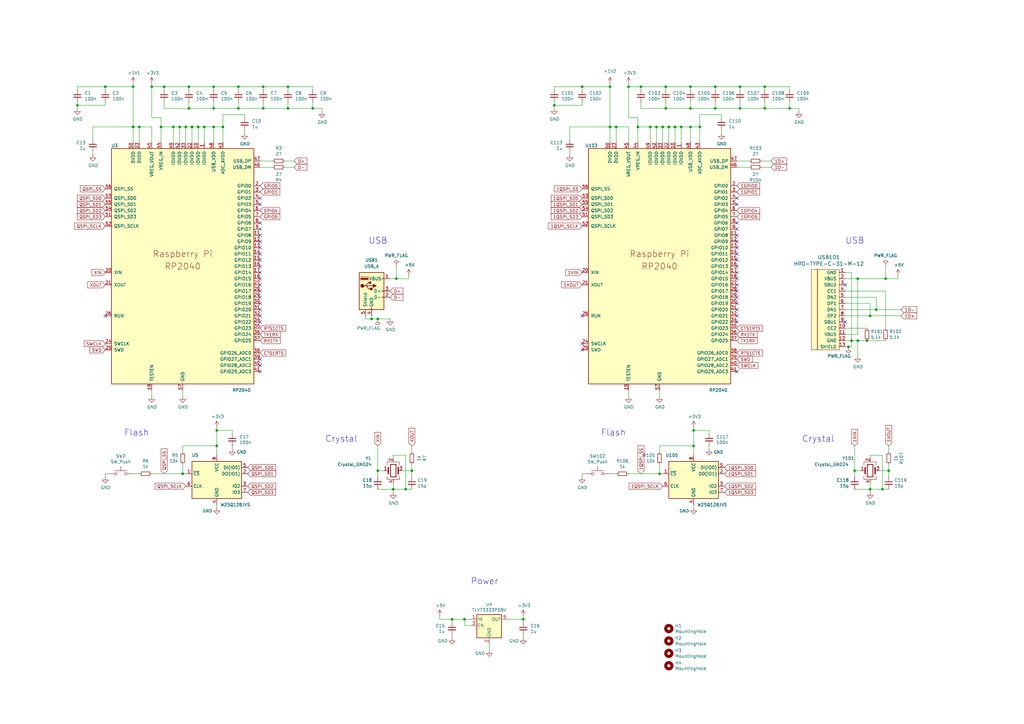
<source format=kicad_sch>
(kicad_sch (version 20211123) (generator eeschema)
  (paper "A3")
  (lib_symbols
    (symbol "Connector:USB_A" (pin_names (offset 1.016))
      (property "Reference" "J" (at -5.08 11.43 0))
      (property "Value" "USB_A" (at -5.08 8.89 0))
      (symbol "USB_A_1_1"
        (pin power_in line (at 7.62 5.08 180) (length 2.54) (name "VBUS") (number "1"))
        (pin bidirectional line (at 7.62 -2.54 180) (length 2.54) (name "D-") (number "2"))
        (pin bidirectional line (at 7.62 0 180) (length 2.54) (name "D+") (number "3"))
        (pin power_in line (at 0 -10.16 90) (length 2.54) (name "GND") (number "4"))
        (pin passive line (at -2.54 -10.16 90) (length 2.54) (name "Shield") (number "5"))
      )
    )
    (symbol "Device:C_Small" (pin_numbers hide) (pin_names (offset 0.254) hide)
      (property "Reference" "C" (at 0.254 1.778 0))
      (property "Value" "C_Small" (at 0.254 -2.032 0))
      (symbol "C_Small_1_1"
        (pin passive line (at 0 2.54 270) (length 2.032) (name "~") (number "1"))
        (pin passive line (at 0 -2.54 90) (length 2.032) (name "~") (number "2"))
      )
    )
    (symbol "Device:Crystal_GND24" (pin_names (offset 1.016) hide)
      (property "Reference" "Y" (at 3.175 5.08 0))
      (property "Value" "Crystal_GND24" (at 3.175 3.175 0))
      (symbol "Crystal_GND24_1_1"
        (pin passive line (at -3.81 0 0) (length 1.27) (name "1") (number "1"))
        (pin passive line (at 0 5.08 270) (length 1.27) (name "2") (number "2"))
        (pin passive line (at 3.81 0 180) (length 1.27) (name "3") (number "3"))
        (pin passive line (at 0 -5.08 90) (length 1.27) (name "4") (number "4"))
      )
    )
    (symbol "Device:R_Small" (pin_numbers hide) (pin_names (offset 0.254) hide)
      (property "Reference" "R" (at 0.762 0.508 0))
      (property "Value" "R_Small" (at 0.762 -1.016 0))
      (symbol "R_Small_1_1"
        (pin passive line (at 0 2.54 270) (length 0.762) (name "~") (number "1"))
        (pin passive line (at 0 -2.54 90) (length 0.762) (name "~") (number "2"))
      )
    )
    (symbol "Mechanical:MountingHole" (pin_names (offset 1.016))
      (property "Reference" "H" (at 0 5.08 0))
      (property "Value" "MountingHole" (at 0 3.175 0))
    )
    (symbol "Memory_Flash:W25Q128JVS"
      (property "Reference" "U" (at -8.89 8.89 0))
      (property "Value" "W25Q128JVS" (at 7.62 8.89 0))
      (symbol "W25Q128JVS_1_1"
        (pin input line (at -12.7 2.54 0) (length 2.54) (name "~{CS}") (number "1"))
        (pin bidirectional line (at 12.7 2.54 180) (length 2.54) (name "DO(IO1)") (number "2"))
        (pin bidirectional line (at 12.7 -2.54 180) (length 2.54) (name "IO2") (number "3"))
        (pin power_in line (at 0 -10.16 90) (length 2.54) (name "GND") (number "4"))
        (pin bidirectional line (at 12.7 5.08 180) (length 2.54) (name "DI(IO0)") (number "5"))
        (pin input line (at -12.7 -2.54 0) (length 2.54) (name "CLK") (number "6"))
        (pin bidirectional line (at 12.7 -5.08 180) (length 2.54) (name "IO3") (number "7"))
        (pin power_in line (at 0 10.16 270) (length 2.54) (name "VCC") (number "8"))
      )
    )
    (symbol "RP2040:RP2040" (pin_names (offset 1.016))
      (property "Reference" "U" (at -29.21 49.53 0))
      (property "Value" "RP2040" (at 24.13 -49.53 0))
      (symbol "RP2040_0_0"
        (text "Raspberry Pi" (at 0 5.08 0) (effects (font (size 2.54 2.54))))
        (text "RP2040" (at 0 0 0) (effects (font (size 2.54 2.54))))
      )
      (symbol "RP2040_1_1"
        (pin power_in line (at 8.89 50.8 270) (length 2.54) (name "IOVDD") (number "1"))
        (pin power_in line (at 6.35 50.8 270) (length 2.54) (name "IOVDD") (number "10"))
        (pin bidirectional line (at 31.75 12.7 180) (length 2.54) (name "GPIO8") (number "11"))
        (pin bidirectional line (at 31.75 10.16 180) (length 2.54) (name "GPIO9") (number "12"))
        (pin bidirectional line (at 31.75 7.62 180) (length 2.54) (name "GPIO10") (number "13"))
        (pin bidirectional line (at 31.75 5.08 180) (length 2.54) (name "GPIO11") (number "14"))
        (pin bidirectional line (at 31.75 2.54 180) (length 2.54) (name "GPIO12") (number "15"))
        (pin bidirectional line (at 31.75 0 180) (length 2.54) (name "GPIO13") (number "16"))
        (pin bidirectional line (at 31.75 -2.54 180) (length 2.54) (name "GPIO14") (number "17"))
        (pin bidirectional line (at 31.75 -5.08 180) (length 2.54) (name "GPIO15") (number "18"))
        (pin passive line (at -12.7 -50.8 90) (length 2.54) (name "TESTEN") (number "19"))
        (pin bidirectional line (at 31.75 33.02 180) (length 2.54) (name "GPIO0") (number "2"))
        (pin input line (at -31.75 -2.54 0) (length 2.54) (name "XIN") (number "20"))
        (pin passive line (at -31.75 -7.62 0) (length 2.54) (name "XOUT") (number "21"))
        (pin power_in line (at 3.81 50.8 270) (length 2.54) (name "IOVDD") (number "22"))
        (pin power_in line (at -17.78 50.8 270) (length 2.54) (name "DVDD") (number "23"))
        (pin output line (at -31.75 -31.75 0) (length 2.54) (name "SWCLK") (number "24"))
        (pin bidirectional line (at -31.75 -34.29 0) (length 2.54) (name "SWD") (number "25"))
        (pin input line (at -31.75 -20.32 0) (length 2.54) (name "RUN") (number "26"))
        (pin bidirectional line (at 31.75 -7.62 180) (length 2.54) (name "GPIO16") (number "27"))
        (pin bidirectional line (at 31.75 -10.16 180) (length 2.54) (name "GPIO17") (number "28"))
        (pin bidirectional line (at 31.75 -12.7 180) (length 2.54) (name "GPIO18") (number "29"))
        (pin bidirectional line (at 31.75 30.48 180) (length 2.54) (name "GPIO1") (number "3"))
        (pin bidirectional line (at 31.75 -15.24 180) (length 2.54) (name "GPIO19") (number "30"))
        (pin bidirectional line (at 31.75 -17.78 180) (length 2.54) (name "GPIO20") (number "31"))
        (pin bidirectional line (at 31.75 -20.32 180) (length 2.54) (name "GPIO21") (number "32"))
        (pin power_in line (at 1.27 50.8 270) (length 2.54) (name "IOVDD") (number "33"))
        (pin bidirectional line (at 31.75 -22.86 180) (length 2.54) (name "GPIO22") (number "34"))
        (pin bidirectional line (at 31.75 -25.4 180) (length 2.54) (name "GPIO23") (number "35"))
        (pin bidirectional line (at 31.75 -27.94 180) (length 2.54) (name "GPIO24") (number "36"))
        (pin bidirectional line (at 31.75 -30.48 180) (length 2.54) (name "GPIO25") (number "37"))
        (pin bidirectional line (at 31.75 -35.56 180) (length 2.54) (name "GPIO26_ADC0") (number "38"))
        (pin bidirectional line (at 31.75 -38.1 180) (length 2.54) (name "GPIO27_ADC1") (number "39"))
        (pin bidirectional line (at 31.75 27.94 180) (length 2.54) (name "GPIO2") (number "4"))
        (pin bidirectional line (at 31.75 -40.64 180) (length 2.54) (name "GPIO28_ADC2") (number "40"))
        (pin bidirectional line (at 31.75 -43.18 180) (length 2.54) (name "GPIO29_ADC3") (number "41"))
        (pin power_in line (at -1.27 50.8 270) (length 2.54) (name "IOVDD") (number "42"))
        (pin power_in line (at 16.51 50.8 270) (length 2.54) (name "ADC_AVDD") (number "43"))
        (pin power_in line (at -8.89 50.8 270) (length 2.54) (name "VREG_IN") (number "44"))
        (pin power_out line (at -12.7 50.8 270) (length 2.54) (name "VREG_VOUT") (number "45"))
        (pin bidirectional line (at 31.75 40.64 180) (length 2.54) (name "USB_DM") (number "46"))
        (pin bidirectional line (at 31.75 43.18 180) (length 2.54) (name "USB_DP") (number "47"))
        (pin power_in line (at 12.7 50.8 270) (length 2.54) (name "USB_VDD") (number "48"))
        (pin power_in line (at -3.81 50.8 270) (length 2.54) (name "IOVDD") (number "49"))
        (pin bidirectional line (at 31.75 25.4 180) (length 2.54) (name "GPIO3") (number "5"))
        (pin power_in line (at -20.32 50.8 270) (length 2.54) (name "DVDD") (number "50"))
        (pin bidirectional line (at -31.75 20.32 0) (length 2.54) (name "QSPI_SD3") (number "51"))
        (pin output line (at -31.75 16.51 0) (length 2.54) (name "QSPI_SCLK") (number "52"))
        (pin bidirectional line (at -31.75 27.94 0) (length 2.54) (name "QSPI_SD0") (number "53"))
        (pin bidirectional line (at -31.75 22.86 0) (length 2.54) (name "QSPI_SD2") (number "54"))
        (pin bidirectional line (at -31.75 25.4 0) (length 2.54) (name "QSPI_SD1") (number "55"))
        (pin bidirectional line (at -31.75 31.75 0) (length 2.54) (name "QSPI_SS") (number "56"))
        (pin power_in line (at 0 -50.8 90) (length 2.54) (name "GND") (number "57"))
        (pin bidirectional line (at 31.75 22.86 180) (length 2.54) (name "GPIO4") (number "6"))
        (pin bidirectional line (at 31.75 20.32 180) (length 2.54) (name "GPIO5") (number "7"))
        (pin bidirectional line (at 31.75 17.78 180) (length 2.54) (name "GPIO6") (number "8"))
        (pin bidirectional line (at 31.75 15.24 180) (length 2.54) (name "GPIO7") (number "9"))
      )
    )
    (symbol "Regulator_Linear:TLV73333PDBV" (pin_names (offset 0.254))
      (property "Reference" "U" (at -3.81 5.715 0))
      (property "Value" "TLV73333PDBV" (at 0 5.715 0))
      (symbol "TLV73333PDBV_1_1"
        (pin power_in line (at -7.62 2.54 0) (length 2.54) (name "IN") (number "1"))
        (pin power_in line (at 0 -7.62 90) (length 2.54) (name "GND") (number "2"))
        (pin input line (at -7.62 0 0) (length 2.54) (name "EN") (number "3"))
        (pin no_connect line (at 5.08 0 180) (length 2.54) hide (name "NC") (number "4"))
        (pin power_out line (at 7.62 2.54 180) (length 2.54) (name "OUT") (number "5"))
      )
    )
    (symbol "Switch:SW_Push" (pin_numbers hide) (pin_names (offset 1.016) hide)
      (property "Reference" "SW" (at 1.27 2.54 0))
      (property "Value" "SW_Push" (at 0 -1.524 0))
      (symbol "SW_Push_0_1"
        (pin passive line (at -5.08 0 0) (length 2.54) (name "1") (number "1"))
        (pin passive line (at 5.08 0 180) (length 2.54) (name "2") (number "2"))
      )
    )
    (symbol "Type-C:HRO-TYPE-C-31-M-12" (pin_names (offset 1.016))
      (property "Reference" "USB" (at -5.08 16.51 0))
      (property "Value" "HRO-TYPE-C-31-M-12" (at -10.16 -1.27 90))
      (symbol "HRO-TYPE-C-31-M-12_1_1"
        (pin input line (at 2.54 13.97 180) (length 2.54) (name "GND") (number "1"))
        (pin input line (at 2.54 -8.89 180) (length 2.54) (name "CC2") (number "10"))
        (pin input line (at 2.54 -11.43 180) (length 2.54) (name "VBUS") (number "11"))
        (pin input line (at 2.54 -13.97 180) (length 2.54) (name "GND") (number "12"))
        (pin input line (at 2.54 -16.51 180) (length 2.54) (name "SHIELD") (number "13"))
        (pin input line (at 2.54 11.43 180) (length 2.54) (name "VBUS") (number "2"))
        (pin input line (at 2.54 8.89 180) (length 2.54) (name "SBU2") (number "3"))
        (pin input line (at 2.54 6.35 180) (length 2.54) (name "CC1") (number "4"))
        (pin input line (at 2.54 3.81 180) (length 2.54) (name "DN2") (number "5"))
        (pin input line (at 2.54 1.27 180) (length 2.54) (name "DP1") (number "6"))
        (pin input line (at 2.54 -1.27 180) (length 2.54) (name "DN1") (number "7"))
        (pin input line (at 2.54 -3.81 180) (length 2.54) (name "DP2") (number "8"))
        (pin input line (at 2.54 -6.35 180) (length 2.54) (name "SBU1") (number "9"))
      )
    )
    (symbol "power:+1V1" (power) (pin_names (offset 0))
      (property "Value" "+1V1" (at 0 3.556 0))
      (symbol "+1V1_1_1"
        (pin power_in line (at 0 0 90) (length 0) hide (name "+1V1") (number "1"))
      )
    )
    (symbol "power:+1V2" (power) (pin_names (offset 0))
      (property "Value" "+1V2" (at 0 3.556 0))
      (symbol "+1V2_1_1"
        (pin power_in line (at 0 0 90) (length 0) hide (name "+1V2") (number "1"))
      )
    )
    (symbol "power:+3V3" (power) (pin_names (offset 0))
      (property "Value" "+3V3" (at 0 3.556 0))
      (symbol "+3V3_1_1"
        (pin power_in line (at 0 0 90) (length 0) hide (name "+3V3") (number "1"))
      )
    )
    (symbol "power:+5V" (power) (pin_names (offset 0))
      (property "Value" "+5V" (at 0 3.556 0))
      (symbol "+5V_1_1"
        (pin power_in line (at 0 0 90) (length 0) hide (name "+5V") (number "1"))
      )
    )
    (symbol "power:GND" (power) (pin_names (offset 0))
      (property "Value" "GND" (at 0 -3.81 0))
      (symbol "GND_1_1"
        (pin power_in line (at 0 0 270) (length 0) hide (name "GND") (number "1"))
      )
    )
    (symbol "power:PWR_FLAG" (power) (pin_numbers hide) (pin_names (offset 0) hide)
      (property "Value" "PWR_FLAG" (at 0 3.81 0))
      (symbol "PWR_FLAG_0_0"
        (pin power_out line (at 0 0 90) (length 0) (name "pwr") (number "1"))
      )
    )
  )
  (junction (at 87.63 35.56))
  (junction (at 364.49 193.04))
  (junction (at 73.66 52.07))
  (junction (at 283.21 44.45))
  (junction (at 91.44 52.07))
  (junction (at 323.85 44.45))
  (junction (at 71.12 52.07))
  (junction (at 273.05 35.56))
  (junction (at 347.98 142.24))
  (junction (at 87.63 44.45))
  (junction (at 77.47 44.45))
  (junction (at 356.87 129.54))
  (junction (at 87.63 52.07))
  (junction (at 62.23 35.56))
  (junction (at 166.37 200.66))
  (junction (at 262.89 35.56))
  (junction (at 284.48 182.88))
  (junction (at 273.05 44.45))
  (junction (at 261.62 52.07))
  (junction (at 107.95 44.45))
  (junction (at 313.69 35.56))
  (junction (at 349.25 139.7))
  (junction (at 269.24 52.07))
  (junction (at 118.11 44.45))
  (junction (at 252.73 52.07))
  (junction (at 283.21 52.07))
  (junction (at 359.41 127))
  (junction (at 303.53 44.45))
  (junction (at 67.31 35.56))
  (junction (at 293.37 44.45))
  (junction (at 214.63 254))
  (junction (at 152.4 130.81))
  (junction (at 190.5 254))
  (junction (at 76.2 52.07))
  (junction (at 238.76 35.56))
  (junction (at 283.21 35.56))
  (junction (at 162.56 114.3))
  (junction (at 31.75 43.18))
  (junction (at 81.28 52.07))
  (junction (at 97.79 35.56))
  (junction (at 54.61 52.07))
  (junction (at 351.79 114.3))
  (junction (at 88.9 176.53))
  (junction (at 257.81 35.56))
  (junction (at 356.87 200.66))
  (junction (at 78.74 52.07))
  (junction (at 293.37 35.56))
  (junction (at 274.32 52.07))
  (junction (at 227.33 43.18))
  (junction (at 270.51 194.31))
  (junction (at 287.02 52.07))
  (junction (at 276.86 52.07))
  (junction (at 185.42 254))
  (junction (at 363.22 114.3))
  (junction (at 43.18 35.56))
  (junction (at 279.4 52.07))
  (junction (at 97.79 44.45))
  (junction (at 303.53 35.56))
  (junction (at 154.94 130.81))
  (junction (at 128.27 44.45))
  (junction (at 74.93 194.31))
  (junction (at 88.9 182.88))
  (junction (at 250.19 52.07))
  (junction (at 107.95 35.56))
  (junction (at 66.04 52.07))
  (junction (at 284.48 176.53))
  (junction (at 161.29 200.66))
  (junction (at 83.82 52.07))
  (junction (at 266.7 52.07))
  (junction (at 361.95 200.66))
  (junction (at 54.61 35.56))
  (junction (at 271.78 52.07))
  (junction (at 118.11 35.56))
  (junction (at 355.6 139.7))
  (junction (at 250.19 35.56))
  (junction (at 350.52 193.04))
  (junction (at 313.69 44.45))
  (junction (at 77.47 35.56))
  (junction (at 351.79 139.7))
  (junction (at 154.94 193.04))
  (junction (at 168.91 193.04))
  (junction (at 57.15 52.07))
  (no_connect (at 238.76 143.51))
  (no_connect (at 302.26 116.84))
  (no_connect (at 302.26 132.08))
  (no_connect (at 302.26 109.22))
  (no_connect (at 238.76 140.97))
  (no_connect (at 106.68 149.86))
  (no_connect (at 106.68 96.52))
  (no_connect (at 302.26 111.76))
  (no_connect (at 302.26 114.3))
  (no_connect (at 106.68 119.38))
  (no_connect (at 302.26 83.82))
  (no_connect (at 106.68 124.46))
  (no_connect (at 238.76 129.54))
  (no_connect (at 302.26 129.54))
  (no_connect (at 302.26 99.06))
  (no_connect (at 302.26 106.68))
  (no_connect (at 106.68 81.28))
  (no_connect (at 106.68 104.14))
  (no_connect (at 302.26 81.28))
  (no_connect (at 302.26 152.4))
  (no_connect (at 106.68 101.6))
  (no_connect (at 302.26 91.44))
  (no_connect (at 302.26 124.46))
  (no_connect (at 106.68 147.32))
  (no_connect (at 106.68 116.84))
  (no_connect (at 302.26 93.98))
  (no_connect (at 106.68 132.08))
  (no_connect (at 106.68 121.92))
  (no_connect (at 302.26 127))
  (no_connect (at 106.68 83.82))
  (no_connect (at 346.71 132.08))
  (no_connect (at 106.68 114.3))
  (no_connect (at 43.18 129.54))
  (no_connect (at 106.68 129.54))
  (no_connect (at 302.26 96.52))
  (no_connect (at 302.26 119.38))
  (no_connect (at 106.68 106.68))
  (no_connect (at 106.68 109.22))
  (no_connect (at 346.71 116.84))
  (no_connect (at 106.68 91.44))
  (no_connect (at 302.26 121.92))
  (no_connect (at 106.68 127))
  (no_connect (at 302.26 104.14))
  (no_connect (at 106.68 111.76))
  (no_connect (at 106.68 93.98))
  (no_connect (at 302.26 101.6))
  (no_connect (at 106.68 99.06))
  (no_connect (at 106.68 152.4))
  (wire (pts (xy 250.19 194.31) (xy 252.73 194.31)))
  (wire (pts (xy 67.31 36.83) (xy 67.31 35.56)))
  (wire (pts (xy 269.24 52.07) (xy 271.78 52.07)))
  (wire (pts (xy 238.76 194.31) (xy 240.03 194.31)))
  (wire (pts (xy 279.4 52.07) (xy 283.21 52.07)))
  (wire (pts (xy 81.28 52.07) (xy 83.82 52.07)))
  (wire (pts (xy 62.23 35.56) (xy 67.31 35.56)))
  (wire (pts (xy 233.68 62.23) (xy 233.68 63.5)))
  (wire (pts (xy 161.29 186.69) (xy 166.37 186.69)))
  (wire (pts (xy 274.32 52.07) (xy 276.86 52.07)))
  (wire (pts (xy 293.37 36.83) (xy 293.37 35.56)))
  (wire (pts (xy 132.08 44.45) (xy 132.08 45.72)))
  (wire (pts (xy 87.63 35.56) (xy 97.79 35.56)))
  (wire (pts (xy 351.79 114.3) (xy 363.22 114.3)))
  (wire (pts (xy 270.51 190.5) (xy 270.51 194.31)))
  (wire (pts (xy 66.04 52.07) (xy 71.12 52.07)))
  (wire (pts (xy 152.4 129.54) (xy 152.4 130.81)))
  (wire (pts (xy 107.95 35.56) (xy 118.11 35.56)))
  (wire (pts (xy 107.95 44.45) (xy 118.11 44.45)))
  (wire (pts (xy 152.4 130.81) (xy 154.94 130.81)))
  (wire (pts (xy 363.22 109.22) (xy 363.22 114.3)))
  (wire (pts (xy 350.52 200.66) (xy 356.87 200.66)))
  (wire (pts (xy 313.69 44.45) (xy 323.85 44.45)))
  (wire (pts (xy 303.53 35.56) (xy 313.69 35.56)))
  (wire (pts (xy 62.23 160.02) (xy 62.23 162.56)))
  (wire (pts (xy 97.79 41.91) (xy 97.79 44.45)))
  (wire (pts (xy 95.25 182.88) (xy 95.25 184.15)))
  (wire (pts (xy 227.33 43.18) (xy 238.76 43.18)))
  (wire (pts (xy 208.28 254) (xy 214.63 254)))
  (wire (pts (xy 227.33 35.56) (xy 238.76 35.56)))
  (wire (pts (xy 161.29 187.96) (xy 161.29 186.69)))
  (wire (pts (xy 270.51 160.02) (xy 270.51 162.56)))
  (wire (pts (xy 107.95 36.83) (xy 107.95 35.56)))
  (wire (pts (xy 214.63 254) (xy 214.63 255.27)))
  (wire (pts (xy 88.9 207.01) (xy 88.9 208.28)))
  (wire (pts (xy 166.37 186.69) (xy 166.37 200.66)))
  (wire (pts (xy 193.04 254) (xy 190.5 254)))
  (wire (pts (xy 118.11 44.45) (xy 128.27 44.45)))
  (wire (pts (xy 273.05 41.91) (xy 273.05 44.45)))
  (wire (pts (xy 283.21 58.42) (xy 283.21 52.07)))
  (wire (pts (xy 97.79 35.56) (xy 107.95 35.56)))
  (wire (pts (xy 91.44 52.07) (xy 91.44 58.42)))
  (wire (pts (xy 350.52 182.88) (xy 350.52 193.04)))
  (wire (pts (xy 54.61 52.07) (xy 54.61 58.42)))
  (wire (pts (xy 266.7 52.07) (xy 269.24 52.07)))
  (wire (pts (xy 128.27 36.83) (xy 128.27 35.56)))
  (wire (pts (xy 361.95 186.69) (xy 361.95 200.66)))
  (wire (pts (xy 128.27 41.91) (xy 128.27 44.45)))
  (wire (pts (xy 252.73 52.07) (xy 257.81 52.07)))
  (wire (pts (xy 88.9 176.53) (xy 95.25 176.53)))
  (wire (pts (xy 323.85 41.91) (xy 323.85 44.45)))
  (wire (pts (xy 302.26 68.58) (xy 307.34 68.58)))
  (wire (pts (xy 313.69 36.83) (xy 313.69 35.56)))
  (wire (pts (xy 74.93 194.31) (xy 76.2 194.31)))
  (wire (pts (xy 351.79 137.16) (xy 346.71 137.16)))
  (wire (pts (xy 83.82 58.42) (xy 83.82 52.07)))
  (wire (pts (xy 266.7 58.42) (xy 266.7 52.07)))
  (wire (pts (xy 323.85 44.45) (xy 327.66 44.45)))
  (wire (pts (xy 369.57 127) (xy 359.41 127)))
  (wire (pts (xy 43.18 43.18) (xy 43.18 41.91)))
  (wire (pts (xy 283.21 36.83) (xy 283.21 35.56)))
  (wire (pts (xy 363.22 139.7) (xy 355.6 139.7)))
  (wire (pts (xy 71.12 52.07) (xy 73.66 52.07)))
  (wire (pts (xy 185.42 254) (xy 190.5 254)))
  (wire (pts (xy 252.73 52.07) (xy 252.73 58.42)))
  (wire (pts (xy 88.9 182.88) (xy 88.9 186.69)))
  (wire (pts (xy 356.87 187.96) (xy 356.87 186.69)))
  (wire (pts (xy 167.64 114.3) (xy 167.64 113.03)))
  (wire (pts (xy 87.63 58.42) (xy 87.63 52.07)))
  (wire (pts (xy 327.66 44.45) (xy 327.66 45.72)))
  (wire (pts (xy 74.93 182.88) (xy 88.9 182.88)))
  (wire (pts (xy 106.68 68.58) (xy 111.76 68.58)))
  (wire (pts (xy 287.02 52.07) (xy 287.02 58.42)))
  (wire (pts (xy 364.49 193.04) (xy 364.49 195.58)))
  (wire (pts (xy 233.68 57.15) (xy 233.68 52.07)))
  (wire (pts (xy 62.23 52.07) (xy 62.23 58.42)))
  (wire (pts (xy 165.1 193.04) (xy 168.91 193.04)))
  (wire (pts (xy 351.79 114.3) (xy 351.79 137.16)))
  (wire (pts (xy 161.29 198.12) (xy 161.29 200.66)))
  (wire (pts (xy 76.2 52.07) (xy 78.74 52.07)))
  (wire (pts (xy 166.37 200.66) (xy 161.29 200.66)))
  (wire (pts (xy 154.94 193.04) (xy 154.94 195.58)))
  (wire (pts (xy 168.91 193.04) (xy 168.91 195.58)))
  (wire (pts (xy 87.63 41.91) (xy 87.63 44.45)))
  (wire (pts (xy 356.87 198.12) (xy 356.87 200.66)))
  (wire (pts (xy 363.22 114.3) (xy 368.3 114.3)))
  (wire (pts (xy 91.44 46.99) (xy 100.33 46.99)))
  (wire (pts (xy 353.06 193.04) (xy 350.52 193.04)))
  (wire (pts (xy 31.75 35.56) (xy 43.18 35.56)))
  (wire (pts (xy 283.21 44.45) (xy 293.37 44.45)))
  (wire (pts (xy 360.68 193.04) (xy 364.49 193.04)))
  (wire (pts (xy 257.81 35.56) (xy 262.89 35.56)))
  (wire (pts (xy 261.62 52.07) (xy 261.62 48.26)))
  (wire (pts (xy 295.91 48.26) (xy 295.91 46.99)))
  (wire (pts (xy 66.04 58.42) (xy 66.04 52.07)))
  (wire (pts (xy 87.63 44.45) (xy 97.79 44.45)))
  (wire (pts (xy 168.91 193.04) (xy 168.91 190.5)))
  (wire (pts (xy 346.71 127) (xy 359.41 127)))
  (wire (pts (xy 168.91 185.42) (xy 168.91 182.88)))
  (wire (pts (xy 227.33 41.91) (xy 227.33 43.18)))
  (wire (pts (xy 185.42 260.35) (xy 185.42 261.62)))
  (wire (pts (xy 43.18 36.83) (xy 43.18 35.56)))
  (wire (pts (xy 302.26 66.04) (xy 307.34 66.04)))
  (wire (pts (xy 346.71 114.3) (xy 351.79 114.3)))
  (wire (pts (xy 359.41 121.92) (xy 359.41 127)))
  (wire (pts (xy 31.75 43.18) (xy 31.75 44.45)))
  (wire (pts (xy 349.25 139.7) (xy 351.79 139.7)))
  (wire (pts (xy 262.89 35.56) (xy 273.05 35.56)))
  (wire (pts (xy 261.62 58.42) (xy 261.62 52.07)))
  (wire (pts (xy 369.57 129.54) (xy 356.87 129.54)))
  (wire (pts (xy 261.62 52.07) (xy 266.7 52.07)))
  (wire (pts (xy 74.93 190.5) (xy 74.93 194.31)))
  (wire (pts (xy 95.25 176.53) (xy 95.25 177.8)))
  (wire (pts (xy 77.47 36.83) (xy 77.47 35.56)))
  (wire (pts (xy 73.66 58.42) (xy 73.66 52.07)))
  (wire (pts (xy 290.83 176.53) (xy 290.83 177.8)))
  (wire (pts (xy 262.89 41.91) (xy 262.89 44.45)))
  (wire (pts (xy 273.05 36.83) (xy 273.05 35.56)))
  (wire (pts (xy 273.05 44.45) (xy 283.21 44.45)))
  (wire (pts (xy 77.47 35.56) (xy 87.63 35.56)))
  (wire (pts (xy 312.42 68.58) (xy 316.23 68.58)))
  (wire (pts (xy 62.23 194.31) (xy 74.93 194.31)))
  (wire (pts (xy 161.29 200.66) (xy 161.29 201.93)))
  (wire (pts (xy 227.33 43.18) (xy 227.33 44.45)))
  (wire (pts (xy 303.53 44.45) (xy 313.69 44.45)))
  (wire (pts (xy 283.21 52.07) (xy 287.02 52.07)))
  (wire (pts (xy 73.66 52.07) (xy 76.2 52.07)))
  (wire (pts (xy 276.86 52.07) (xy 279.4 52.07)))
  (wire (pts (xy 57.15 52.07) (xy 57.15 58.42)))
  (wire (pts (xy 273.05 35.56) (xy 283.21 35.56)))
  (wire (pts (xy 363.22 119.38) (xy 363.22 134.62)))
  (wire (pts (xy 67.31 35.56) (xy 77.47 35.56)))
  (wire (pts (xy 43.18 194.31) (xy 43.18 195.58)))
  (wire (pts (xy 118.11 41.91) (xy 118.11 44.45)))
  (wire (pts (xy 271.78 58.42) (xy 271.78 52.07)))
  (wire (pts (xy 250.19 35.56) (xy 250.19 52.07)))
  (wire (pts (xy 97.79 36.83) (xy 97.79 35.56)))
  (wire (pts (xy 276.86 58.42) (xy 276.86 52.07)))
  (wire (pts (xy 356.87 124.46) (xy 356.87 129.54)))
  (wire (pts (xy 284.48 182.88) (xy 284.48 186.69)))
  (wire (pts (xy 106.68 66.04) (xy 111.76 66.04)))
  (wire (pts (xy 346.71 111.76) (xy 349.25 111.76)))
  (wire (pts (xy 128.27 44.45) (xy 132.08 44.45)))
  (wire (pts (xy 154.94 200.66) (xy 161.29 200.66)))
  (wire (pts (xy 77.47 44.45) (xy 67.31 44.45)))
  (wire (pts (xy 214.63 260.35) (xy 214.63 261.62)))
  (wire (pts (xy 364.49 193.04) (xy 364.49 190.5)))
  (wire (pts (xy 78.74 58.42) (xy 78.74 52.07)))
  (wire (pts (xy 346.71 139.7) (xy 349.25 139.7)))
  (wire (pts (xy 200.66 264.16) (xy 200.66 266.7)))
  (wire (pts (xy 283.21 41.91) (xy 283.21 44.45)))
  (wire (pts (xy 262.89 36.83) (xy 262.89 35.56)))
  (wire (pts (xy 257.81 48.26) (xy 257.81 35.56)))
  (wire (pts (xy 214.63 252.73) (xy 214.63 254)))
  (wire (pts (xy 77.47 41.91) (xy 77.47 44.45)))
  (wire (pts (xy 185.42 255.27) (xy 185.42 254)))
  (wire (pts (xy 261.62 48.26) (xy 257.81 48.26)))
  (wire (pts (xy 76.2 58.42) (xy 76.2 52.07)))
  (wire (pts (xy 270.51 182.88) (xy 284.48 182.88)))
  (wire (pts (xy 43.18 194.31) (xy 44.45 194.31)))
  (wire (pts (xy 97.79 44.45) (xy 107.95 44.45)))
  (wire (pts (xy 368.3 114.3) (xy 368.3 113.03)))
  (wire (pts (xy 88.9 176.53) (xy 88.9 175.26)))
  (wire (pts (xy 293.37 44.45) (xy 303.53 44.45)))
  (wire (pts (xy 162.56 109.22) (xy 162.56 114.3)))
  (wire (pts (xy 91.44 46.99) (xy 91.44 52.07)))
  (wire (pts (xy 346.71 124.46) (xy 356.87 124.46)))
  (wire (pts (xy 193.04 256.54) (xy 190.5 256.54)))
  (wire (pts (xy 162.56 114.3) (xy 167.64 114.3)))
  (wire (pts (xy 351.79 139.7) (xy 355.6 139.7)))
  (wire (pts (xy 349.25 111.76) (xy 349.25 139.7)))
  (wire (pts (xy 312.42 66.04) (xy 316.23 66.04)))
  (wire (pts (xy 346.71 129.54) (xy 356.87 129.54)))
  (wire (pts (xy 349.25 139.7) (xy 349.25 142.24)))
  (wire (pts (xy 62.23 48.26) (xy 62.23 35.56)))
  (wire (pts (xy 31.75 36.83) (xy 31.75 35.56)))
  (wire (pts (xy 257.81 194.31) (xy 270.51 194.31)))
  (wire (pts (xy 287.02 46.99) (xy 295.91 46.99)))
  (wire (pts (xy 270.51 194.31) (xy 271.78 194.31)))
  (wire (pts (xy 295.91 53.34) (xy 295.91 54.61)))
  (wire (pts (xy 227.33 36.83) (xy 227.33 35.56)))
  (wire (pts (xy 74.93 185.42) (xy 74.93 182.88)))
  (wire (pts (xy 257.81 52.07) (xy 257.81 58.42)))
  (wire (pts (xy 180.34 254) (xy 185.42 254)))
  (wire (pts (xy 107.95 41.91) (xy 107.95 44.45)))
  (wire (pts (xy 284.48 176.53) (xy 284.48 175.26)))
  (wire (pts (xy 356.87 200.66) (xy 356.87 201.93)))
  (wire (pts (xy 38.1 57.15) (xy 38.1 52.07)))
  (wire (pts (xy 78.74 52.07) (xy 81.28 52.07)))
  (wire (pts (xy 269.24 58.42) (xy 269.24 52.07)))
  (wire (pts (xy 154.94 130.81) (xy 160.02 130.81)))
  (wire (pts (xy 364.49 185.42) (xy 364.49 182.88)))
  (wire (pts (xy 270.51 185.42) (xy 270.51 182.88)))
  (wire (pts (xy 54.61 52.07) (xy 57.15 52.07)))
  (wire (pts (xy 350.52 193.04) (xy 350.52 195.58)))
  (wire (pts (xy 346.71 119.38) (xy 363.22 119.38)))
  (wire (pts (xy 54.61 35.56) (xy 54.61 52.07)))
  (wire (pts (xy 43.18 35.56) (xy 54.61 35.56)))
  (wire (pts (xy 284.48 207.01) (xy 284.48 208.28)))
  (wire (pts (xy 356.87 186.69) (xy 361.95 186.69)))
  (wire (pts (xy 257.81 160.02) (xy 257.81 162.56)))
  (wire (pts (xy 66.04 52.07) (xy 66.04 48.26)))
  (wire (pts (xy 274.32 58.42) (xy 274.32 52.07)))
  (wire (pts (xy 100.33 48.26) (xy 100.33 46.99)))
  (wire (pts (xy 303.53 41.91) (xy 303.53 44.45)))
  (wire (pts (xy 67.31 41.91) (xy 67.31 44.45)))
  (wire (pts (xy 313.69 35.56) (xy 323.85 35.56)))
  (wire (pts (xy 346.71 134.62) (xy 355.6 134.62)))
  (wire (pts (xy 323.85 36.83) (xy 323.85 35.56)))
  (wire (pts (xy 361.95 200.66) (xy 356.87 200.66)))
  (wire (pts (xy 168.91 200.66) (xy 166.37 200.66)))
  (wire (pts (xy 271.78 52.07) (xy 274.32 52.07)))
  (wire (pts (xy 38.1 62.23) (xy 38.1 63.5)))
  (wire (pts (xy 238.76 194.31) (xy 238.76 195.58)))
  (wire (pts (xy 238.76 43.18) (xy 238.76 41.91)))
  (wire (pts (xy 149.86 130.81) (xy 152.4 130.81)))
  (wire (pts (xy 283.21 35.56) (xy 293.37 35.56)))
  (wire (pts (xy 364.49 200.66) (xy 361.95 200.66)))
  (wire (pts (xy 293.37 35.56) (xy 303.53 35.56)))
  (wire (pts (xy 54.61 194.31) (xy 57.15 194.31)))
  (wire (pts (xy 303.53 36.83) (xy 303.53 35.56)))
  (wire (pts (xy 31.75 43.18) (xy 43.18 43.18)))
  (wire (pts (xy 87.63 52.07) (xy 91.44 52.07)))
  (wire (pts (xy 250.19 34.29) (xy 250.19 35.56)))
  (wire (pts (xy 31.75 41.91) (xy 31.75 43.18)))
  (wire (pts (xy 250.19 52.07) (xy 252.73 52.07)))
  (wire (pts (xy 233.68 52.07) (xy 250.19 52.07)))
  (wire (pts (xy 157.48 193.04) (xy 154.94 193.04)))
  (wire (pts (xy 190.5 256.54) (xy 190.5 254)))
  (wire (pts (xy 118.11 35.56) (xy 128.27 35.56)))
  (wire (pts (xy 238.76 36.83) (xy 238.76 35.56)))
  (wire (pts (xy 100.33 53.34) (xy 100.33 54.61)))
  (wire (pts (xy 154.94 182.88) (xy 154.94 193.04)))
  (wire (pts (xy 351.79 146.05) (xy 351.79 139.7)))
  (wire (pts (xy 77.47 44.45) (xy 87.63 44.45)))
  (wire (pts (xy 66.04 48.26) (xy 62.23 48.26)))
  (wire (pts (xy 57.15 52.07) (xy 62.23 52.07)))
  (wire (pts (xy 38.1 52.07) (xy 54.61 52.07)))
  (wire (pts (xy 238.76 35.56) (xy 250.19 35.56)))
  (wire (pts (xy 349.25 142.24) (xy 347.98 142.24)))
  (wire (pts (xy 284.48 176.53) (xy 290.83 176.53)))
  (wire (pts (xy 250.19 52.07) (xy 250.19 58.42)))
  (wire (pts (xy 180.34 254) (xy 180.34 252.73)))
  (wire (pts (xy 293.37 41.91) (xy 293.37 44.45)))
  (wire (pts (xy 287.02 46.99) (xy 287.02 52.07)))
  (wire (pts (xy 54.61 34.29) (xy 54.61 35.56)))
  (wire (pts (xy 160.02 114.3) (xy 162.56 114.3)))
  (wire (pts (xy 116.84 68.58) (xy 120.65 68.58)))
  (wire (pts (xy 273.05 44.45) (xy 262.89 44.45)))
  (wire (pts (xy 346.71 121.92) (xy 359.41 121.92)))
  (wire (pts (xy 71.12 58.42) (xy 71.12 52.07)))
  (wire (pts (xy 87.63 36.83) (xy 87.63 35.56)))
  (wire (pts (xy 116.84 66.04) (xy 120.65 66.04)))
  (wire (pts (xy 81.28 58.42) (xy 81.28 52.07)))
  (wire (pts (xy 290.83 182.88) (xy 290.83 184.15)))
  (wire (pts (xy 284.48 182.88) (xy 284.48 176.53)))
  (wire (pts (xy 88.9 182.88) (xy 88.9 176.53)))
  (wire (pts (xy 62.23 34.29) (xy 62.23 35.56)))
  (wire (pts (xy 149.86 129.54) (xy 149.86 130.81)))
  (wire (pts (xy 118.11 36.83) (xy 118.11 35.56)))
  (wire (pts (xy 74.93 160.02) (xy 74.93 162.56)))
  (wire (pts (xy 83.82 52.07) (xy 87.63 52.07)))
  (wire (pts (xy 279.4 58.42) (xy 279.4 52.07)))
  (wire (pts (xy 313.69 41.91) (xy 313.69 44.45)))
  (wire (pts (xy 257.81 34.29) (xy 257.81 35.56)))
  (wire (pts (xy 347.98 142.24) (xy 346.71 142.24)))
  (text "USB" (at 151.13 100.33 0) (effects (font (size 2.54 2.54)) (justify left bottom)))
  (text "Crystal" (at 328.93 181.61 0) (effects (font (size 2.54 2.54)) (justify left bottom)))
  (text "USB" (at 346.71 100.33 0) (effects (font (size 2.54 2.54)) (justify left bottom)))
  (text "Power" (at 193.04 240.03 0) (effects (font (size 2.54 2.54)) (justify left bottom)))
  (text "Flash" (at 50.8 179.07 0) (effects (font (size 2.54 2.54)) (justify left bottom)))
  (text "Crystal" (at 133.35 181.61 0) (effects (font (size 2.54 2.54)) (justify left bottom)))
  (text "Flash" (at 246.38 179.07 0) (effects (font (size 2.54 2.54)) (justify left bottom)))
  (global_label "D-" (shape input) (at 120.65 68.58 0) (property "Intersheet References" "${INTERSHEET_REFS}" (effects hide)))
  (global_label "QSPI_SD1" (shape input) (at 101.6 194.31 0) (property "Intersheet References" "${INTERSHEET_REFS}" (effects hide)))
  (global_label "1XOUT" (shape input) (at 364.49 182.88 90) (property "Intersheet References" "${INTERSHEET_REFS}" (effects hide)))
  (global_label "CTS1RTS" (shape input) (at 106.68 144.78 0) (property "Intersheet References" "${INTERSHEET_REFS}" (effects hide)))
  (global_label "D+" (shape input) (at 160.02 119.38 0) (property "Intersheet References" "${INTERSHEET_REFS}" (effects hide)))
  (global_label "D+" (shape input) (at 120.65 66.04 0) (property "Intersheet References" "${INTERSHEET_REFS}" (effects hide)))
  (global_label "D-" (shape input) (at 160.02 121.92 0) (property "Intersheet References" "${INTERSHEET_REFS}" (effects hide)))
  (global_label "SWCLK" (shape input) (at 302.26 149.86 0) (property "Intersheet References" "${INTERSHEET_REFS}" (effects hide)))
  (global_label "1QSPI_SD0" (shape input) (at 238.76 81.28 180) (property "Intersheet References" "${INTERSHEET_REFS}" (effects hide)))
  (global_label "XOUT" (shape input) (at 43.18 116.84 180) (property "Intersheet References" "${INTERSHEET_REFS}" (effects hide)))
  (global_label "TX1RX" (shape input) (at 106.68 137.16 0) (property "Intersheet References" "${INTERSHEET_REFS}" (effects hide)))
  (global_label "QSPI_SCLK" (shape input) (at 43.18 92.71 180) (property "Intersheet References" "${INTERSHEET_REFS}" (effects hide)))
  (global_label "QSPI_SD2" (shape input) (at 101.6 199.39 0) (property "Intersheet References" "${INTERSHEET_REFS}" (effects hide)))
  (global_label "XOUT" (shape input) (at 168.91 182.88 90) (property "Intersheet References" "${INTERSHEET_REFS}" (effects hide)))
  (global_label "SWD" (shape input) (at 43.18 143.51 180) (property "Intersheet References" "${INTERSHEET_REFS}" (effects hide)))
  (global_label "QSPI_SS" (shape input) (at 43.18 77.47 180) (property "Intersheet References" "${INTERSHEET_REFS}" (effects hide)))
  (global_label "1QSPI_SD0" (shape input) (at 297.18 191.77 0) (property "Intersheet References" "${INTERSHEET_REFS}" (effects hide)))
  (global_label "1QSPI_SD3" (shape input) (at 238.76 88.9 180) (property "Intersheet References" "${INTERSHEET_REFS}" (effects hide)))
  (global_label "1QSPI_SCLK" (shape input) (at 271.78 199.39 180) (property "Intersheet References" "${INTERSHEET_REFS}" (effects hide)))
  (global_label "1QSPI_SCLK" (shape input) (at 238.76 92.71 180) (property "Intersheet References" "${INTERSHEET_REFS}" (effects hide)))
  (global_label "QSPI_SCLK" (shape input) (at 76.2 199.39 180) (property "Intersheet References" "${INTERSHEET_REFS}" (effects hide)))
  (global_label "SWCLK" (shape input) (at 43.18 140.97 180) (property "Intersheet References" "${INTERSHEET_REFS}" (effects hide)))
  (global_label "QSPI_SD0" (shape input) (at 43.18 81.28 180) (property "Intersheet References" "${INTERSHEET_REFS}" (effects hide)))
  (global_label "RTS1CTS" (shape input) (at 302.26 144.78 0) (property "Intersheet References" "${INTERSHEET_REFS}" (effects hide)))
  (global_label "QSPI_SD3" (shape input) (at 101.6 201.93 0) (property "Intersheet References" "${INTERSHEET_REFS}" (effects hide)))
  (global_label "1GPIO0" (shape input) (at 302.26 76.2 0) (property "Intersheet References" "${INTERSHEET_REFS}" (effects hide)))
  (global_label "1GPIO4" (shape input) (at 302.26 86.36 0) (property "Intersheet References" "${INTERSHEET_REFS}" (effects hide)))
  (global_label "QSPI_SD2" (shape input) (at 43.18 86.36 180) (property "Intersheet References" "${INTERSHEET_REFS}" (effects hide)))
  (global_label "TX1RX" (shape input) (at 302.26 139.7 0) (property "Intersheet References" "${INTERSHEET_REFS}" (effects hide)))
  (global_label "1XIN" (shape input) (at 238.76 111.76 180) (property "Intersheet References" "${INTERSHEET_REFS}" (effects hide)))
  (global_label "QSPI_SD0" (shape input) (at 101.6 191.77 0) (property "Intersheet References" "${INTERSHEET_REFS}" (effects hide)))
  (global_label "1QSPI_SD1" (shape input) (at 238.76 83.82 180) (property "Intersheet References" "${INTERSHEET_REFS}" (effects hide)))
  (global_label "GPIO1" (shape input) (at 106.68 78.74 0) (property "Intersheet References" "${INTERSHEET_REFS}" (effects hide)))
  (global_label "1D+" (shape input) (at 316.23 66.04 0) (property "Intersheet References" "${INTERSHEET_REFS}" (effects hide)))
  (global_label "1XIN" (shape input) (at 350.52 182.88 90) (property "Intersheet References" "${INTERSHEET_REFS}" (effects hide)))
  (global_label "1QSPI_SS" (shape input) (at 238.76 77.47 180) (property "Intersheet References" "${INTERSHEET_REFS}" (effects hide)))
  (global_label "1GPIO1" (shape input) (at 302.26 78.74 0) (property "Intersheet References" "${INTERSHEET_REFS}" (effects hide)))
  (global_label "1QSPI_SD3" (shape input) (at 297.18 201.93 0) (property "Intersheet References" "${INTERSHEET_REFS}" (effects hide)))
  (global_label "QSPI_SD3" (shape input) (at 43.18 88.9 180) (property "Intersheet References" "${INTERSHEET_REFS}" (effects hide)))
  (global_label "XIN" (shape input) (at 154.94 182.88 90) (property "Intersheet References" "${INTERSHEET_REFS}" (effects hide)))
  (global_label "RX1TX" (shape input) (at 106.68 139.7 0) (property "Intersheet References" "${INTERSHEET_REFS}" (effects hide)))
  (global_label "QSPI_SS" (shape input) (at 67.31 194.31 90) (property "Intersheet References" "${INTERSHEET_REFS}" (effects hide)))
  (global_label "QSPI_SD1" (shape input) (at 43.18 83.82 180) (property "Intersheet References" "${INTERSHEET_REFS}" (effects hide)))
  (global_label "GPIO0" (shape input) (at 106.68 76.2 0) (property "Intersheet References" "${INTERSHEET_REFS}" (effects hide)))
  (global_label "CTS1RTS" (shape input) (at 302.26 134.62 0) (property "Intersheet References" "${INTERSHEET_REFS}" (effects hide)))
  (global_label "RTS1CTS" (shape input) (at 106.68 134.62 0) (property "Intersheet References" "${INTERSHEET_REFS}" (effects hide)))
  (global_label "XIN" (shape input) (at 43.18 111.76 180) (property "Intersheet References" "${INTERSHEET_REFS}" (effects hide)))
  (global_label "1QSPI_SD2" (shape input) (at 238.76 86.36 180) (property "Intersheet References" "${INTERSHEET_REFS}" (effects hide)))
  (global_label "1GPIO5" (shape input) (at 302.26 88.9 0) (property "Intersheet References" "${INTERSHEET_REFS}" (effects hide)))
  (global_label "1D-" (shape input) (at 316.23 68.58 0) (property "Intersheet References" "${INTERSHEET_REFS}" (effects hide)))
  (global_label "SWD" (shape input) (at 302.26 147.32 0) (property "Intersheet References" "${INTERSHEET_REFS}" (effects hide)))
  (global_label "RX1TX" (shape input) (at 302.26 137.16 0) (property "Intersheet References" "${INTERSHEET_REFS}" (effects hide)))
  (global_label "1D-" (shape input) (at 369.57 127 0) (property "Intersheet References" "${INTERSHEET_REFS}" (effects hide)))
  (global_label "1QSPI_SS" (shape input) (at 262.89 194.31 90) (property "Intersheet References" "${INTERSHEET_REFS}" (effects hide)))
  (global_label "1QSPI_SD2" (shape input) (at 297.18 199.39 0) (property "Intersheet References" "${INTERSHEET_REFS}" (effects hide)))
  (global_label "1D+" (shape input) (at 369.57 129.54 0) (property "Intersheet References" "${INTERSHEET_REFS}" (effects hide)))
  (global_label "GPIO4" (shape input) (at 106.68 86.36 0) (property "Intersheet References" "${INTERSHEET_REFS}" (effects hide)))
  (global_label "GPIO5" (shape input) (at 106.68 88.9 0) (property "Intersheet References" "${INTERSHEET_REFS}" (effects hide)))
  (global_label "1XOUT" (shape input) (at 238.76 116.84 180) (property "Intersheet References" "${INTERSHEET_REFS}" (effects hide)))
  (global_label "1QSPI_SD1" (shape input) (at 297.18 194.31 0) (property "Intersheet References" "${INTERSHEET_REFS}" (effects hide)))
  (symbol (lib_id "RP2040:RP2040") (at 74.93 109.22 0) (unit 1)
    (property "Reference" "U3" (at 46.99 59.69 0))
    (property "Value" "RP2040" (at 99.06 160.02 0))
    (property "Footprint" "RP2040:RP2040-QFN-56" (effects hide))
    (property "LCSC" "C2040" (effects hide))
  )
  (symbol (lib_id "Memory_Flash:W25Q128JVS") (at 88.9 196.85 0) (unit 1)
    (property "Reference" "U5" (at 80.01 186.69 0))
    (property "Value" "W25Q128JVS" (at 96.52 207.01 0))
    (property "Footprint" "USON:8-USON" (effects hide))
    (property "Datasheet" "http://www.winbond.com/resource-files/w25q128jv_dtr%20revc%2003272018%20plus.pdf" (effects hide))
    (property "LCSC" "C401667" (effects hide))
  )
  (symbol (lib_id "power:+3V3") (at 88.9 175.26 0) (unit 1)
    (property "Reference" "#PWR024" (effects hide))
    (property "Value" "+3V3" (at 89.281 170.8658 0))
  )
  (symbol (lib_id "power:GND") (at 88.9 208.28 0) (unit 1)
    (property "Reference" "#PWR029" (effects hide))
    (property "Value" "GND" (at 85.09 209.55 0))
  )
  (symbol (lib_id "Device:R_Small") (at 74.93 187.96 0) (mirror y) (unit 1)
    (property "Reference" "R5" (at 73.152 186.7916 0) (effects (justify left)))
    (property "Value" "10k" (at 73.152 189.103 0) (effects (justify left)))
    (property "Footprint" "Resistor_SMD:R_0402_1005Metric" (effects hide))
    (property "LCSC" "C25744" (effects hide))
  )
  (symbol (lib_id "Device:R_Small") (at 59.69 194.31 270) (unit 1)
    (property "Reference" "R6" (at 59.69 189.0522 90))
    (property "Value" "1k" (at 59.69 191.3636 90))
    (property "Footprint" "Resistor_SMD:R_0402_1005Metric" (effects hide))
    (property "LCSC" "C11702" (effects hide))
  )
  (symbol (lib_id "Device:C_Small") (at 95.25 180.34 0) (unit 1)
    (property "Reference" "C17" (at 98.171 179.1716 0) (effects (justify left)))
    (property "Value" "100n" (at 98.171 181.483 0) (effects (justify left)))
    (property "Footprint" "Capacitor_SMD:C_0402_1005Metric" (effects hide))
    (property "LCSC" "C1525" (effects hide))
  )
  (symbol (lib_id "power:GND") (at 95.25 184.15 0) (unit 1)
    (property "Reference" "#PWR027" (effects hide))
    (property "Value" "GND" (at 99.06 185.42 0))
  )
  (symbol (lib_id "power:GND") (at 74.93 162.56 0) (unit 1)
    (property "Reference" "#PWR026" (effects hide))
    (property "Value" "GND" (at 75.057 166.9542 0))
  )
  (symbol (lib_id "power:GND") (at 62.23 162.56 0) (unit 1)
    (property "Reference" "#PWR025" (effects hide))
    (property "Value" "GND" (at 62.357 166.9542 0))
  )
  (symbol (lib_id "Device:R_Small") (at 114.3 66.04 270) (unit 1)
    (property "Reference" "R3" (at 114.3 60.7822 90))
    (property "Value" "27" (at 114.3 63.0936 90))
    (property "Footprint" "Resistor_SMD:R_0402_1005Metric" (effects hide))
    (property "LCSC" "C138021" (effects hide))
  )
  (symbol (lib_id "Device:R_Small") (at 114.3 68.58 270) (mirror x) (unit 1)
    (property "Reference" "R4" (at 114.3 73.8378 90))
    (property "Value" "27" (at 114.3 71.5264 90))
    (property "Footprint" "Resistor_SMD:R_0402_1005Metric" (effects hide))
    (property "LCSC" "C138021" (effects hide))
  )
  (symbol (lib_id "power:+3V3") (at 62.23 34.29 0) (unit 1)
    (property "Reference" "#PWR02" (effects hide))
    (property "Value" "+3V3" (at 62.611 29.8958 0))
  )
  (symbol (lib_id "power:+1V1") (at 54.61 34.29 0) (unit 1)
    (property "Reference" "#PWR01" (effects hide))
    (property "Value" "+1V1" (at 54.991 29.8958 0))
  )
  (symbol (lib_id "Device:C_Small") (at 67.31 39.37 0) (unit 1)
    (property "Reference" "C3" (at 70.231 38.2016 0) (effects (justify left)))
    (property "Value" "100n" (at 70.231 40.513 0) (effects (justify left)))
    (property "Footprint" "Capacitor_SMD:C_0402_1005Metric" (effects hide))
    (property "LCSC" "C1525" (effects hide))
  )
  (symbol (lib_id "Device:C_Small") (at 77.47 39.37 0) (unit 1)
    (property "Reference" "C4" (at 80.391 38.2016 0) (effects (justify left)))
    (property "Value" "100n" (at 80.391 40.513 0) (effects (justify left)))
    (property "Footprint" "Capacitor_SMD:C_0402_1005Metric" (effects hide))
    (property "LCSC" "C1525" (effects hide))
  )
  (symbol (lib_id "Device:C_Small") (at 87.63 39.37 0) (unit 1)
    (property "Reference" "C5" (at 90.551 38.2016 0) (effects (justify left)))
    (property "Value" "100n" (at 90.551 40.513 0) (effects (justify left)))
    (property "Footprint" "Capacitor_SMD:C_0402_1005Metric" (effects hide))
    (property "LCSC" "C1525" (effects hide))
  )
  (symbol (lib_id "Device:C_Small") (at 97.79 39.37 0) (unit 1)
    (property "Reference" "C6" (at 100.711 38.2016 0) (effects (justify left)))
    (property "Value" "100n" (at 100.711 40.513 0) (effects (justify left)))
    (property "Footprint" "Capacitor_SMD:C_0402_1005Metric" (effects hide))
    (property "LCSC" "C1525" (effects hide))
  )
  (symbol (lib_id "Device:C_Small") (at 107.95 39.37 0) (unit 1)
    (property "Reference" "C7" (at 110.871 38.2016 0) (effects (justify left)))
    (property "Value" "100n" (at 110.871 40.513 0) (effects (justify left)))
    (property "Footprint" "Capacitor_SMD:C_0402_1005Metric" (effects hide))
    (property "LCSC" "C1525" (effects hide))
  )
  (symbol (lib_id "Device:C_Small") (at 118.11 39.37 0) (unit 1)
    (property "Reference" "C8" (at 121.031 38.2016 0) (effects (justify left)))
    (property "Value" "100n" (at 121.031 40.513 0) (effects (justify left)))
    (property "Footprint" "Capacitor_SMD:C_0402_1005Metric" (effects hide))
    (property "LCSC" "C1525" (effects hide))
  )
  (symbol (lib_id "Device:C_Small") (at 128.27 39.37 0) (unit 1)
    (property "Reference" "C9" (at 131.191 38.2016 0) (effects (justify left)))
    (property "Value" "100n" (at 131.191 40.513 0) (effects (justify left)))
    (property "Footprint" "Capacitor_SMD:C_0402_1005Metric" (effects hide))
    (property "LCSC" "C1525" (effects hide))
  )
  (symbol (lib_id "Device:C_Small") (at 31.75 39.37 0) (unit 1)
    (property "Reference" "C1" (at 34.671 38.2016 0) (effects (justify left)))
    (property "Value" "100n" (at 34.671 40.513 0) (effects (justify left)))
    (property "Footprint" "Capacitor_SMD:C_0402_1005Metric" (effects hide))
    (property "LCSC" "C1525" (effects hide))
  )
  (symbol (lib_id "Device:C_Small") (at 43.18 39.37 0) (unit 1)
    (property "Reference" "C2" (at 46.101 38.2016 0) (effects (justify left)))
    (property "Value" "100n" (at 46.101 40.513 0) (effects (justify left)))
    (property "Footprint" "Capacitor_SMD:C_0402_1005Metric" (effects hide))
    (property "LCSC" "C1525" (effects hide))
  )
  (symbol (lib_id "Device:C_Small") (at 38.1 59.69 0) (mirror y) (unit 1)
    (property "Reference" "C13" (at 35.179 58.5216 0) (effects (justify left)))
    (property "Value" "1u" (at 35.179 60.833 0) (effects (justify left)))
    (property "Footprint" "Capacitor_SMD:C_0402_1005Metric" (effects hide))
    (property "LCSC" "C52923" (effects hide))
  )
  (symbol (lib_id "Device:C_Small") (at 100.33 50.8 0) (unit 1)
    (property "Reference" "C10" (at 103.251 49.6316 0) (effects (justify left)))
    (property "Value" "1u" (at 103.251 51.943 0) (effects (justify left)))
    (property "Footprint" "Capacitor_SMD:C_0402_1005Metric" (effects hide))
    (property "LCSC" "C52923" (effects hide))
  )
  (symbol (lib_id "power:GND") (at 132.08 45.72 0) (unit 1)
    (property "Reference" "#PWR04" (effects hide))
    (property "Value" "GND" (at 132.207 50.1142 0))
  )
  (symbol (lib_id "power:GND") (at 31.75 44.45 0) (unit 1)
    (property "Reference" "#PWR03" (effects hide))
    (property "Value" "GND" (at 31.877 48.8442 0))
  )
  (symbol (lib_id "power:GND") (at 38.1 63.5 0) (unit 1)
    (property "Reference" "#PWR012" (effects hide))
    (property "Value" "GND" (at 38.227 67.8942 0))
  )
  (symbol (lib_id "power:GND") (at 100.33 54.61 0) (unit 1)
    (property "Reference" "#PWR05" (effects hide))
    (property "Value" "GND" (at 100.457 59.0042 0))
  )
  (symbol (lib_id "power:GND") (at 200.66 266.7 0) (unit 1)
    (property "Reference" "#PWR023" (effects hide))
    (property "Value" "GND" (at 196.85 267.97 0))
  )
  (symbol (lib_id "power:+3V3") (at 214.63 252.73 0) (unit 1)
    (property "Reference" "#PWR017" (effects hide))
    (property "Value" "+3V3" (at 215.011 248.3358 0))
  )
  (symbol (lib_id "Device:C_Small") (at 185.42 257.81 0) (mirror y) (unit 1)
    (property "Reference" "C15" (at 182.499 256.6416 0) (effects (justify left)))
    (property "Value" "1u" (at 182.499 258.953 0) (effects (justify left)))
    (property "Footprint" "Capacitor_SMD:C_0402_1005Metric" (effects hide))
    (property "LCSC" "C52923" (effects hide))
  )
  (symbol (lib_id "Device:C_Small") (at 214.63 257.81 0) (unit 1)
    (property "Reference" "C16" (at 217.551 256.6416 0) (effects (justify left)))
    (property "Value" "1u" (at 217.551 258.953 0) (effects (justify left)))
    (property "Footprint" "Capacitor_SMD:C_0402_1005Metric" (effects hide))
    (property "LCSC" "C52923" (effects hide))
  )
  (symbol (lib_id "power:GND") (at 185.42 261.62 0) (unit 1)
    (property "Reference" "#PWR021" (effects hide))
    (property "Value" "GND" (at 181.61 262.89 0))
  )
  (symbol (lib_id "power:GND") (at 214.63 261.62 0) (unit 1)
    (property "Reference" "#PWR022" (effects hide))
    (property "Value" "GND" (at 210.82 262.89 0))
  )
  (symbol (lib_id "Device:R_Small") (at 168.91 187.96 180) (unit 1)
    (property "Reference" "R7" (at 174.1678 187.96 90))
    (property "Value" "1k" (at 171.8564 187.96 90))
    (property "Footprint" "Resistor_SMD:R_0402_1005Metric" (effects hide))
    (property "LCSC" "C11702" (effects hide))
  )
  (symbol (lib_id "power:GND") (at 43.18 195.58 0) (unit 1)
    (property "Reference" "#PWR028" (effects hide))
    (property "Value" "GND" (at 43.307 199.9742 0))
  )
  (symbol (lib_id "Regulator_Linear:TLV73333PDBV") (at 200.66 256.54 0) (unit 1)
    (property "Reference" "U4" (at 200.66 247.8532 0))
    (property "Value" "TLV73333PDBV" (at 200.66 250.1646 0))
    (property "Footprint" "Package_TO_SOT_SMD:SOT-23-5" (effects hide))
    (property "Datasheet" "http://www.ti.com/lit/ds/symlink/tlv733p.pdf" (effects hide))
    (property "LCSC" "C134139" (effects hide))
  )
  (symbol (lib_id "Device:Crystal_GND24") (at 161.29 193.04 0) (unit 1)
    (property "Reference" "Y1" (at 149.86 187.96 0) (effects (justify left)))
    (property "Value" "Crystal_GND24" (at 138.43 190.5 0) (effects (justify left)))
    (property "Footprint" "Crystal:Crystal_SMD_2520-4Pin_2.5x2.0mm" (effects hide))
    (property "LCSC" "C2896601" (effects hide))
  )
  (symbol (lib_id "power:GND") (at 161.29 201.93 0) (unit 1)
    (property "Reference" "#PWR030" (effects hide))
    (property "Value" "GND" (at 161.417 206.3242 0))
  )
  (symbol (lib_id "Device:C_Small") (at 168.91 198.12 0) (unit 1)
    (property "Reference" "C19" (at 171.2468 196.9516 0) (effects (justify left)))
    (property "Value" "15p" (at 171.2468 199.263 0) (effects (justify left)))
    (property "Footprint" "Capacitor_SMD:C_0402_1005Metric" (effects hide))
    (property "LCSC" "C1548" (effects hide))
  )
  (symbol (lib_id "Device:C_Small") (at 154.94 198.12 0) (mirror x) (unit 1)
    (property "Reference" "C18" (at 152.6032 196.9516 0) (effects (justify right)))
    (property "Value" "15p" (at 152.6032 199.263 0) (effects (justify right)))
    (property "Footprint" "Capacitor_SMD:C_0402_1005Metric" (effects hide))
    (property "LCSC" "C1548" (effects hide))
  )
  (symbol (lib_id "Switch:SW_Push") (at 49.53 194.31 0) (unit 1)
    (property "Reference" "SW2" (at 49.53 187.071 0))
    (property "Value" "SW_Push" (at 49.53 189.3824 0))
    (property "Footprint" "Button_Switch_SMD:SW_SPST_B3U-1000P" (effects hide))
    (property "LCSC" "C231329" (effects hide))
  )
  (symbol (lib_id "power:+5V") (at 180.34 252.73 0) (unit 1)
    (property "Reference" "#PWR016" (effects hide))
    (property "Value" "+5V" (at 180.721 248.3358 0))
  )
  (symbol (lib_id "Mechanical:MountingHole") (at 274.32 257.81 0) (unit 1) (in_bom no)
    (property "Reference" "H1" (at 276.86 256.6416 0) (effects (justify left)))
    (property "Value" "MountingHole" (at 276.86 258.953 0) (effects (justify left)))
    (property "Footprint" "MountingHole:MountingHole_2.2mm_M2" (effects hide))
  )
  (symbol (lib_id "Mechanical:MountingHole") (at 274.32 262.89 0) (unit 1) (in_bom no)
    (property "Reference" "H2" (at 276.86 261.7216 0) (effects (justify left)))
    (property "Value" "MountingHole" (at 276.86 264.033 0) (effects (justify left)))
    (property "Footprint" "MountingHole:MountingHole_2.2mm_M2" (effects hide))
  )
  (symbol (lib_id "power:GND") (at 356.87 201.93 0) (unit 1)
    (property "Reference" "#PWR0113" (effects hide))
    (property "Value" "GND" (at 356.997 206.3242 0))
  )
  (symbol (lib_id "Device:C_Small") (at 273.05 39.37 0) (unit 1)
    (property "Reference" "C104" (at 275.971 38.2016 0) (effects (justify left)))
    (property "Value" "100n" (at 275.971 40.513 0) (effects (justify left)))
    (property "Footprint" "Capacitor_SMD:C_0402_1005Metric" (effects hide))
    (property "LCSC" "C1525" (effects hide))
  )
  (symbol (lib_id "Mechanical:MountingHole") (at 274.32 267.97 0) (unit 1) (in_bom no)
    (property "Reference" "H3" (at 276.86 266.8016 0) (effects (justify left)))
    (property "Value" "MountingHole" (at 276.86 269.113 0) (effects (justify left)))
    (property "Footprint" "MountingHole:MountingHole_2.2mm_M2" (effects hide))
  )
  (symbol (lib_id "Connector:USB_A") (at 152.4 119.38 0) (unit 1)
    (property "Reference" "USB1" (at 152.4 106.68 0))
    (property "Value" "USB_A" (at 152.4 109.22 0))
    (property "Footprint" "Type-A:908-261A2021S10100" (effects hide))
    (property "Datasheet" " ~" (effects hide))
    (property "LCSC" "C39423" (effects hide))
  )
  (symbol (lib_id "power:GND") (at 327.66 45.72 0) (unit 1)
    (property "Reference" "#PWR0101" (effects hide))
    (property "Value" "GND" (at 327.787 50.1142 0))
  )
  (symbol (lib_id "Device:Crystal_GND24") (at 356.87 193.04 0) (unit 1)
    (property "Reference" "Y101" (at 345.44 187.96 0) (effects (justify left)))
    (property "Value" "Crystal_GND24" (at 334.01 190.5 0) (effects (justify left)))
    (property "Footprint" "Crystal:Crystal_SMD_2520-4Pin_2.5x2.0mm" (effects hide))
    (property "LCSC" "C2896601" (effects hide))
  )
  (symbol (lib_id "power:GND") (at 257.81 162.56 0) (unit 1)
    (property "Reference" "#PWR0105" (effects hide))
    (property "Value" "GND" (at 257.937 166.9542 0))
  )
  (symbol (lib_id "Device:R_Small") (at 363.22 137.16 0) (unit 1)
    (property "Reference" "R102" (at 364.7186 135.9916 0) (effects (justify left)))
    (property "Value" "5.1k" (at 364.7186 138.303 0) (effects (justify left)))
    (property "Footprint" "Resistor_SMD:R_0402_1005Metric" (effects hide))
    (property "LCSC" "C25905" (effects hide))
  )
  (symbol (lib_id "Device:C_Small") (at 290.83 180.34 0) (unit 1)
    (property "Reference" "C117" (at 293.751 179.1716 0) (effects (justify left)))
    (property "Value" "100n" (at 293.751 181.483 0) (effects (justify left)))
    (property "Footprint" "Capacitor_SMD:C_0402_1005Metric" (effects hide))
    (property "LCSC" "C1525" (effects hide))
  )
  (symbol (lib_id "Device:C_Small") (at 313.69 39.37 0) (unit 1)
    (property "Reference" "C108" (at 316.611 38.2016 0) (effects (justify left)))
    (property "Value" "100n" (at 316.611 40.513 0) (effects (justify left)))
    (property "Footprint" "Capacitor_SMD:C_0402_1005Metric" (effects hide))
    (property "LCSC" "C1525" (effects hide))
  )
  (symbol (lib_id "Device:R_Small") (at 309.88 68.58 270) (mirror x) (unit 1)
    (property "Reference" "R104" (at 309.88 73.8378 90))
    (property "Value" "27" (at 309.88 71.5264 90))
    (property "Footprint" "Resistor_SMD:R_0402_1005Metric" (effects hide))
    (property "LCSC" "C138021" (effects hide))
  )
  (symbol (lib_id "power:GND") (at 160.02 130.81 0) (unit 1)
    (property "Reference" "#PWR0107" (effects hide))
    (property "Value" "GND" (at 160.147 135.2042 0))
  )
  (symbol (lib_id "power:GND") (at 233.68 63.5 0) (unit 1)
    (property "Reference" "#PWR0117" (effects hide))
    (property "Value" "GND" (at 233.807 67.8942 0))
  )
  (symbol (lib_id "Device:C_Small") (at 262.89 39.37 0) (unit 1)
    (property "Reference" "C103" (at 265.811 38.2016 0) (effects (justify left)))
    (property "Value" "100n" (at 265.811 40.513 0) (effects (justify left)))
    (property "Footprint" "Capacitor_SMD:C_0402_1005Metric" (effects hide))
    (property "LCSC" "C1525" (effects hide))
  )
  (symbol (lib_id "Device:C_Small") (at 293.37 39.37 0) (unit 1)
    (property "Reference" "C106" (at 296.291 38.2016 0) (effects (justify left)))
    (property "Value" "100n" (at 296.291 40.513 0) (effects (justify left)))
    (property "Footprint" "Capacitor_SMD:C_0402_1005Metric" (effects hide))
    (property "LCSC" "C1525" (effects hide))
  )
  (symbol (lib_id "Device:R_Small") (at 355.6 137.16 0) (unit 1)
    (property "Reference" "R101" (at 357.0986 135.9916 0) (effects (justify left)))
    (property "Value" "5.1k" (at 357.0986 138.303 0) (effects (justify left)))
    (property "Footprint" "Resistor_SMD:R_0402_1005Metric" (effects hide))
    (property "LCSC" "C25905" (effects hide))
  )
  (symbol (lib_id "Type-C:HRO-TYPE-C-31-M-12") (at 344.17 125.73 0) (unit 1)
    (property "Reference" "USB101" (at 339.9282 105.4862 0) (effects (font (size 1.524 1.524))))
    (property "Value" "HRO-TYPE-C-31-M-12" (at 339.9282 108.1786 0) (effects (font (size 1.524 1.524))))
    (property "Footprint" "Type-C:HRO-TYPE-C-31-M-12-Assembly" (effects hide))
    (property "LCSC" "C165948" (effects hide))
  )
  (symbol (lib_id "Device:C_Small") (at 295.91 50.8 0) (unit 1)
    (property "Reference" "C110" (at 298.831 49.6316 0) (effects (justify left)))
    (property "Value" "1u" (at 298.831 51.943 0) (effects (justify left)))
    (property "Footprint" "Capacitor_SMD:C_0402_1005Metric" (effects hide))
    (property "LCSC" "C52923" (effects hide))
  )
  (symbol (lib_id "Device:C_Small") (at 350.52 198.12 0) (mirror x) (unit 1)
    (property "Reference" "C118" (at 348.1832 196.9516 0) (effects (justify right)))
    (property "Value" "15p" (at 348.1832 199.263 0) (effects (justify right)))
    (property "Footprint" "Capacitor_SMD:C_0402_1005Metric" (effects hide))
    (property "LCSC" "C1548" (effects hide))
  )
  (symbol (lib_id "power:GND") (at 351.79 146.05 0) (unit 1)
    (property "Reference" "#PWR0114" (effects hide))
    (property "Value" "GND" (at 351.917 150.4442 0))
  )
  (symbol (lib_id "RP2040:RP2040") (at 270.51 109.22 0) (unit 1)
    (property "Reference" "U103" (at 242.57 59.69 0))
    (property "Value" "RP2040" (at 294.64 160.02 0))
    (property "Footprint" "RP2040:RP2040-QFN-56" (effects hide))
    (property "LCSC" "C2040" (effects hide))
  )
  (symbol (lib_id "Device:C_Small") (at 303.53 39.37 0) (unit 1)
    (property "Reference" "C107" (at 306.451 38.2016 0) (effects (justify left)))
    (property "Value" "100n" (at 306.451 40.513 0) (effects (justify left)))
    (property "Footprint" "Capacitor_SMD:C_0402_1005Metric" (effects hide))
    (property "LCSC" "C1525" (effects hide))
  )
  (symbol (lib_id "Device:C_Small") (at 238.76 39.37 0) (unit 1)
    (property "Reference" "C102" (at 241.681 38.2016 0) (effects (justify left)))
    (property "Value" "100n" (at 241.681 40.513 0) (effects (justify left)))
    (property "Footprint" "Capacitor_SMD:C_0402_1005Metric" (effects hide))
    (property "LCSC" "C1525" (effects hide))
  )
  (symbol (lib_id "power:GND") (at 295.91 54.61 0) (unit 1)
    (property "Reference" "#PWR0104" (effects hide))
    (property "Value" "GND" (at 296.037 59.0042 0))
  )
  (symbol (lib_id "power:+3V3") (at 257.81 34.29 0) (unit 1)
    (property "Reference" "#PWR0103" (effects hide))
    (property "Value" "+3V3" (at 258.191 29.8958 0))
  )
  (symbol (lib_id "power:GND") (at 238.76 195.58 0) (unit 1)
    (property "Reference" "#PWR0112" (effects hide))
    (property "Value" "GND" (at 238.887 199.9742 0))
  )
  (symbol (lib_id "Device:C_Small") (at 283.21 39.37 0) (unit 1)
    (property "Reference" "C105" (at 286.131 38.2016 0) (effects (justify left)))
    (property "Value" "100n" (at 286.131 40.513 0) (effects (justify left)))
    (property "Footprint" "Capacitor_SMD:C_0402_1005Metric" (effects hide))
    (property "LCSC" "C1525" (effects hide))
  )
  (symbol (lib_id "power:GND") (at 284.48 208.28 0) (unit 1)
    (property "Reference" "#PWR0111" (effects hide))
    (property "Value" "GND" (at 280.67 209.55 0))
  )
  (symbol (lib_id "power:PWR_FLAG") (at 162.56 109.22 0) (unit 1)
    (property "Reference" "#FLG0101" (effects hide))
    (property "Value" "PWR_FLAG" (at 162.56 104.8258 0))
  )
  (symbol (lib_id "Switch:SW_Push") (at 245.11 194.31 0) (unit 1)
    (property "Reference" "SW102" (at 245.11 187.071 0))
    (property "Value" "SW_Push" (at 245.11 189.3824 0))
    (property "Footprint" "Button_Switch_SMD:SW_SPST_B3U-1000P" (effects hide))
    (property "LCSC" "C231329" (effects hide))
  )
  (symbol (lib_id "Mechanical:MountingHole") (at 274.32 273.05 0) (unit 1) (in_bom no)
    (property "Reference" "H4" (at 276.86 271.8816 0) (effects (justify left)))
    (property "Value" "MountingHole" (at 276.86 274.193 0) (effects (justify left)))
    (property "Footprint" "MountingHole:MountingHole_2.2mm_M2" (effects hide))
  )
  (symbol (lib_id "power:PWR_FLAG") (at 363.22 109.22 0) (unit 1)
    (property "Reference" "#FLG0104" (effects hide))
    (property "Value" "PWR_FLAG" (at 363.22 104.8258 0))
  )
  (symbol (lib_id "Device:R_Small") (at 270.51 187.96 0) (mirror y) (unit 1)
    (property "Reference" "R105" (at 268.732 186.7916 0) (effects (justify left)))
    (property "Value" "10k" (at 268.732 189.103 0) (effects (justify left)))
    (property "Footprint" "Resistor_SMD:R_0402_1005Metric" (effects hide))
    (property "LCSC" "C25744" (effects hide))
  )
  (symbol (lib_id "power:GND") (at 290.83 184.15 0) (unit 1)
    (property "Reference" "#PWR0110" (effects hide))
    (property "Value" "GND" (at 294.64 185.42 0))
  )
  (symbol (lib_id "power:GND") (at 227.33 44.45 0) (unit 1)
    (property "Reference" "#PWR0116" (effects hide))
    (property "Value" "GND" (at 227.457 48.8442 0))
  )
  (symbol (lib_id "Device:R_Small") (at 255.27 194.31 270) (unit 1)
    (property "Reference" "R106" (at 255.27 189.0522 90))
    (property "Value" "1k" (at 255.27 191.3636 90))
    (property "Footprint" "Resistor_SMD:R_0402_1005Metric" (effects hide))
    (property "LCSC" "C11702" (effects hide))
  )
  (symbol (lib_id "power:PWR_FLAG") (at 347.98 142.24 180) (unit 1)
    (property "Reference" "#FLG0103" (effects hide))
    (property "Value" "PWR_FLAG" (at 344.17 146.05 0))
  )
  (symbol (lib_id "Device:R_Small") (at 309.88 66.04 270) (unit 1)
    (property "Reference" "R103" (at 309.88 60.7822 90))
    (property "Value" "27" (at 309.88 63.0936 90))
    (property "Footprint" "Resistor_SMD:R_0402_1005Metric" (effects hide))
    (property "LCSC" "C138021" (effects hide))
  )
  (symbol (lib_id "power:+1V2") (at 250.19 34.29 0) (unit 1)
    (property "Reference" "#PWR0102" (effects hide))
    (property "Value" "+1V2" (at 250.19 29.21 0))
  )
  (symbol (lib_id "power:+5V") (at 167.64 113.03 0) (unit 1)
    (property "Reference" "#PWR0106" (effects hide))
    (property "Value" "+5V" (at 168.021 108.6358 0))
  )
  (symbol (lib_id "Device:C_Small") (at 323.85 39.37 0) (unit 1)
    (property "Reference" "C109" (at 326.771 38.2016 0) (effects (justify left)))
    (property "Value" "100n" (at 326.771 40.513 0) (effects (justify left)))
    (property "Footprint" "Capacitor_SMD:C_0402_1005Metric" (effects hide))
    (property "LCSC" "C1525" (effects hide))
  )
  (symbol (lib_id "power:+5V") (at 368.3 113.03 0) (unit 1)
    (property "Reference" "#PWR0118" (effects hide))
    (property "Value" "+5V" (at 368.681 108.6358 0))
  )
  (symbol (lib_id "Device:C_Small") (at 233.68 59.69 0) (mirror y) (unit 1)
    (property "Reference" "C113" (at 230.759 58.5216 0) (effects (justify left)))
    (property "Value" "1u" (at 230.759 60.833 0) (effects (justify left)))
    (property "Footprint" "Capacitor_SMD:C_0402_1005Metric" (effects hide))
    (property "LCSC" "C52923" (effects hide))
  )
  (symbol (lib_id "power:PWR_FLAG") (at 154.94 130.81 180) (unit 1)
    (property "Reference" "#FLG0102" (effects hide))
    (property "Value" "PWR_FLAG" (at 151.13 134.62 0))
  )
  (symbol (lib_id "Device:C_Small") (at 227.33 39.37 0) (unit 1)
    (property "Reference" "C101" (at 230.251 38.2016 0) (effects (justify left)))
    (property "Value" "100n" (at 230.251 40.513 0) (effects (justify left)))
    (property "Footprint" "Capacitor_SMD:C_0402_1005Metric" (effects hide))
    (property "LCSC" "C1525" (effects hide))
  )
  (symbol (lib_id "power:+3V3") (at 284.48 175.26 0) (unit 1)
    (property "Reference" "#PWR0108" (effects hide))
    (property "Value" "+3V3" (at 284.861 170.8658 0))
  )
  (symbol (lib_id "Device:C_Small") (at 364.49 198.12 0) (unit 1)
    (property "Reference" "C119" (at 366.8268 196.9516 0) (effects (justify left)))
    (property "Value" "15p" (at 366.8268 199.263 0) (effects (justify left)))
    (property "Footprint" "Capacitor_SMD:C_0402_1005Metric" (effects hide))
    (property "LCSC" "C1548" (effects hide))
  )
  (symbol (lib_id "power:GND") (at 270.51 162.56 0) (unit 1)
    (property "Reference" "#PWR0109" (effects hide))
    (property "Value" "GND" (at 270.637 166.9542 0))
  )
  (symbol (lib_id "Device:R_Small") (at 364.49 187.96 180) (unit 1)
    (property "Reference" "R107" (at 369.7478 187.96 90))
    (property "Value" "1k" (at 367.4364 187.96 90))
    (property "Footprint" "Resistor_SMD:R_0402_1005Metric" (effects hide))
    (property "LCSC" "C11702" (effects hide))
  )
  (symbol (lib_id "Memory_Flash:W25Q128JVS") (at 284.48 196.85 0) (unit 1)
    (property "Reference" "U105" (at 275.59 186.69 0))
    (property "Value" "W25Q128JVS" (at 292.1 207.01 0))
    (property "Footprint" "USON:8-USON" (effects hide))
    (property "Datasheet" "http://www.winbond.com/resource-files/w25q128jv_dtr%20revc%2003272018%20plus.pdf" (effects hide))
    (property "LCSC" "C401667" (effects hide))
  )
)
</source>
